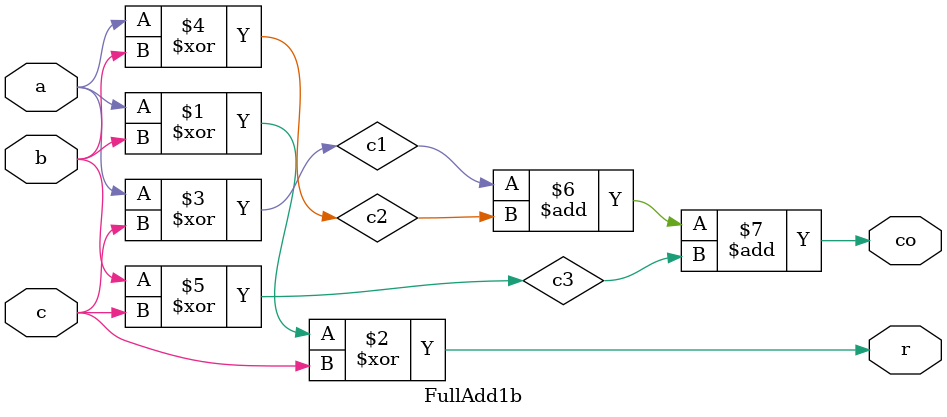
<source format=v>
`timescale 1ns / 1ps
module FullAdd1b(
		input a,
		input b,
		input c,
		output r,
		output co
   );
	wire c1, c2, c3;
	assign r = a ^ b ^ c;
	assign c1 = a^c;
	assign c2 = a^b;
	assign c3 = b^c;
	assign co = c1 + c2 + c3;
endmodule

</source>
